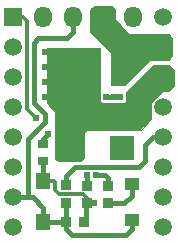
<source format=gbl>
G04 Layer: BottomLayer*
G04 EasyEDA Pro v1.9.29, 2023-05-07 01:58:04*
G04 Gerber Generator version 0.3*
G04 Scale: 100 percent, Rotated: No, Reflected: No*
G04 Dimensions in millimeters*
G04 Leading zeros omitted, absolute positions, 3 integers and 3 decimals*
%FSLAX33Y33*%
%MOMM*%
%AMOval*1,1,$1,$2,$3*1,1,$1,$4,$5*20,1,$1,$2,$3,$4,$5,0*%
%ADD999C,0.2032*%
%ADD10C,0.0254*%
%ADD11C,1.5*%
%ADD12R,1.5X1.5*%
%ADD13Oval,1.5X0.0X-0.15X0.0X0.15*%
%ADD14R,0.999998X0.599999*%
%ADD15R,3.999992X4.409999*%
%ADD16R,1.199998X0.999998*%
%ADD17R,1.199998X1.399997*%
%ADD18R,1.999996X1.999996*%
%ADD19R,0.864006X0.806475*%
%ADD20R,0.864006X0.806475*%
%ADD21R,0.899998X0.799998*%
%ADD22R,0.806475X0.864006*%
%ADD23C,0.650001*%
%ADD24C,0.610001*%
%ADD25C,0.399999*%
%ADD26C,0.254*%
%ADD27C,0.299999*%
G75*


G04 Copper Start*
G36*
G01X12882Y15439D02*
G01X10753Y13310D01*
G01X9627D01*
G01Y16002D01*
G03X9597Y16074I-102J0D01*
G01X7849Y17822D01*
G01Y19643D01*
G01X8168Y19962D01*
G01X9612D01*
G01X9931Y19643D01*
G01Y18796D01*
G03X9961Y18724I102J0D01*
G01X11104Y17581D01*
G03X11176Y17551I72J72D01*
G01X14436D01*
G01X14757Y17230D01*
G01Y15790D01*
G01X14436Y15469D01*
G01X12954D01*
G03X12882Y15439I0J-102D01*
G37*
G54D999*
G01X12882Y15439D02*
G01X10753Y13310D01*
G01X9627D01*
G01Y16002D01*
G03X9597Y16074I-102J0D01*
G01X7849Y17822D01*
G01Y19643D01*
G01X8168Y19962D01*
G01X9612D01*
G01X9931Y19643D01*
G01Y18796D01*
G03X9961Y18724I102J0D01*
G01X11104Y17581D01*
G03X11176Y17551I72J72D01*
G01X14436D01*
G01X14757Y17230D01*
G01Y15790D01*
G01X14436Y15469D01*
G01X12954D01*
G03X12882Y15439I0J-102D01*
G04 Copper End*

G04 PolygonModel Start*
G36*
G01X5097Y9525D02*
G01X5097Y9525D01*
G37*
G54D10*
G01X5097Y9525D02*
G01X5097Y9525D01*
G36*
G01X7239Y7112D02*
G01X6985Y6858D01*
G01X5049D01*
G01X4840Y7067D01*
G01Y11049D01*
G01X4124Y11765D01*
G01Y16428D01*
G01X8636D01*
G01Y11938D01*
G01X8763Y11811D01*
G01X10670Y11813D01*
G01X10795Y11938D01*
G01Y12700D01*
G01X13081Y14986D01*
G01X14478D01*
G01X14859Y14605D01*
G01Y13208D01*
G01X14478Y12827D01*
G01X13966D01*
G01X12954Y11815D01*
G01Y10414D01*
G01X12065Y9525D01*
G01X7493D01*
G01X7239Y9271D01*
G01Y7112D01*
G37*
G01X7239Y7112D02*
G01X6985Y6858D01*
G01X5049D01*
G01X4840Y7067D01*
G01Y11049D01*
G01X4124Y11765D01*
G01Y16428D01*
G01X8636D01*
G01Y11938D01*
G01X8763Y11811D01*
G01X10670Y11813D01*
G01X10795Y11938D01*
G01Y12700D01*
G01X13081Y14986D01*
G01X14478D01*
G01X14859Y14605D01*
G01Y13208D01*
G01X14478Y12827D01*
G01X13966D01*
G01X12954Y11815D01*
G01Y10414D01*
G01X12065Y9525D01*
G01X7493D01*
G01X7239Y9271D01*
G01Y7112D01*
G04 PolygonModel End*

G04 Pad Start*
G54D11*
G01X13970Y13970D03*
G01X13970Y16510D03*
G01X13970Y19050D03*
G01X13970Y11430D03*
G01X13970Y8890D03*
G01X13970Y6350D03*
G01X13970Y3810D03*
G01X13970Y1270D03*
G01X1270Y1270D03*
G01X1270Y3810D03*
G01X1270Y6350D03*
G01X1270Y8890D03*
G01X1270Y11430D03*
G01X1270Y13970D03*
G01X1270Y16510D03*
G54D12*
G01X1270Y19050D03*
G54D13*
G01X11430Y19050D03*
G01X8890Y19050D03*
G01X6350Y19050D03*
G01X3810Y19050D03*
G54D14*
G01X10037Y16104D03*
G01X10037Y14834D03*
G01X10037Y13564D03*
G01X10037Y12294D03*
G01X4187Y12294D03*
G01X4187Y13564D03*
G01X4187Y14834D03*
G01X4187Y16104D03*
G54D15*
G01X6502Y14199D03*
G54D16*
G01X11303Y1879D03*
G01X11303Y4979D03*
G54D17*
G01X3810Y5164D03*
G01X3810Y1694D03*
G54D18*
G01X6055Y8001D03*
G01X10455Y8001D03*
G54D19*
G01X7493Y4809D03*
G01X7493Y3302D03*
G01X9271Y4809D03*
G01X9271Y3302D03*
G54D20*
G01X5715Y3311D03*
G01X5715Y4817D03*
G54D21*
G01X3810Y6920D03*
G01X3810Y8320D03*
G54D22*
G01X5750Y1700D03*
G01X7257Y1700D03*
G04 Pad End*

G04 Via Start*
G54D23*
G01X10432Y8006D03*
G54D24*
G01X7747Y14428D03*
G01X7747Y13793D03*
G01X7112Y15063D03*
G01X7112Y14428D03*
G01X7112Y13793D03*
G01X7112Y13158D03*
G01X6477Y13158D03*
G01X6477Y13793D03*
G01X6477Y14428D03*
G01X7747Y13158D03*
G01X7747Y15063D03*
G01X6477Y15063D03*
G01X10432Y8641D03*
G01X10432Y7371D03*
G01X11067Y8006D03*
G01X9797Y8006D03*
G01X11067Y7371D03*
G01X9797Y7371D03*
G01X11067Y8641D03*
G01X9797Y8641D03*
G01X5842Y13158D03*
G01X5842Y13793D03*
G01X5842Y14428D03*
G01X5842Y15063D03*
G01X8128Y3302D03*
G01X3200Y10500D03*
G01X8300Y5700D03*
G01X4191Y9144D03*
G01X7493Y5715D03*
G01X9100Y12300D03*
G04 Via End*

G04 Track Start*
G54D25*
G01X3810Y5164D02*
G01X3810Y6920D01*
G01X3810Y1694D02*
G01X3810Y2921D01*
G01X2921Y3810D01*
G01X2721D01*
G01X1270D01*
G01X3937Y10863D02*
G01X3937Y10160D01*
G01X6350Y19050D02*
G01X6350Y17780D01*
G01X5842Y17272D01*
G54D26*
G01X6477Y14428D02*
G01X6502Y14403D01*
G01Y14199D01*
G54D25*
G01X13100Y8890D02*
G01X13970Y8890D01*
G01X3000Y11800D02*
G01X3937Y10863D01*
G01X3000Y16872D02*
G01X3000Y11800D01*
G01X3400Y17272D02*
G01X3000Y16872D01*
G01X5842Y17272D02*
G01X3400Y17272D01*
G01X11303Y3956D02*
G01X11303Y4979D01*
G01X3937Y10160D02*
G01X2540Y8763D01*
G01Y3991D01*
G01X2721Y3810D01*
G01X7400Y1646D02*
G01X7400Y3429D01*
G01X7493D01*
G54D27*
G01X4742Y5164D02*
G01X3810Y5164D01*
G54D25*
G01X5766Y1694D02*
G01X5766Y1646D01*
G01X5766Y3438D02*
G01X5766Y1694D01*
G01X3810Y1694D02*
G01X5766Y1694D01*
G01X11303Y1879D02*
G01X11303Y1143D01*
G01X10795Y635D01*
G01X5766Y1646D02*
G01X5766Y1092D01*
G01X6223Y635D01*
G01X10795D01*
G01X5715Y4817D02*
G01X5715Y5588D01*
G01X9271Y3302D02*
G01X10649Y3302D01*
G01X11303Y3956D01*
G54D27*
G01X4800Y5106D02*
G01X4742Y5164D01*
G01X4800Y4403D02*
G01X4800Y5106D01*
G54D25*
G01X8128Y3302D02*
G01X7493Y3302D01*
G54D27*
G01X7493Y3429D02*
G01X7493Y3771D01*
G01X7200Y4064D01*
G01X5139D01*
G01X4800Y4403D01*
G54D25*
G01X4191Y9144D02*
G01X3810Y8763D01*
G01Y8320D01*
G01X7493Y5715D02*
G01X7493Y4809D01*
G01X10031Y12300D02*
G01X10037Y12294D01*
G01X9100Y12300D02*
G01X10031Y12300D01*
G01X8300Y5700D02*
G01X9032Y5700D01*
G01X9271Y5461D01*
G01Y4809D01*
G01X12446Y6877D02*
G01X12446Y8236D01*
G01X13100Y8890D01*
G01X5715Y5588D02*
G01X6499Y6372D01*
G01X11941D01*
G01X12446Y6877D01*
G54D27*
G01X3200Y10500D02*
G01X2448Y11252D01*
G01Y18746D01*
G01X2144Y19050D01*
G01X1270D01*
G04 Track End*

M02*

</source>
